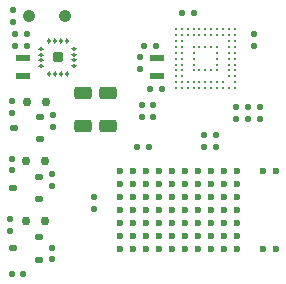
<source format=gbr>
%TF.GenerationSoftware,Altium Limited,Altium Designer,23.9.2 (47)*%
G04 Layer_Color=8421504*
%FSLAX45Y45*%
%MOMM*%
%TF.SameCoordinates,AC4A3DE0-5486-420A-B1FF-1F5B93080124*%
%TF.FilePolarity,Positive*%
%TF.FileFunction,Paste,Top*%
%TF.Part,Single*%
G01*
G75*
%TA.AperFunction,BGAPad,SMDef*%
%ADD15C,0.25000*%
%TA.AperFunction,BGAPad,CuDef*%
%ADD16C,0.25000*%
%ADD17C,0.60000*%
%TA.AperFunction,SMDPad,CuDef*%
G04:AMPARAMS|DCode=51|XSize=0.53666mm|YSize=0.53666mm|CornerRadius=0.11833mm|HoleSize=0mm|Usage=FLASHONLY|Rotation=270.000|XOffset=0mm|YOffset=0mm|HoleType=Round|Shape=RoundedRectangle|*
%AMROUNDEDRECTD51*
21,1,0.53666,0.30000,0,0,270.0*
21,1,0.30000,0.53666,0,0,270.0*
1,1,0.23666,-0.15000,-0.15000*
1,1,0.23666,-0.15000,0.15000*
1,1,0.23666,0.15000,0.15000*
1,1,0.23666,0.15000,-0.15000*
%
%ADD51ROUNDEDRECTD51*%
%TA.AperFunction,OtherPad,Free Pad (9mm,19.55mm)*%
G04:AMPARAMS|DCode=52|XSize=0.44mm|YSize=0.27mm|CornerRadius=0.1215mm|HoleSize=0mm|Usage=FLASHONLY|Rotation=0.000|XOffset=0mm|YOffset=0mm|HoleType=Round|Shape=RoundedRectangle|*
%AMROUNDEDRECTD52*
21,1,0.44000,0.02700,0,0,0.0*
21,1,0.19700,0.27000,0,0,0.0*
1,1,0.24300,0.09850,-0.01350*
1,1,0.24300,-0.09850,-0.01350*
1,1,0.24300,-0.09850,0.01350*
1,1,0.24300,0.09850,0.01350*
%
%ADD52ROUNDEDRECTD52*%
%TA.AperFunction,OtherPad,Free Pad (9mm,20.05mm)*%
G04:AMPARAMS|DCode=53|XSize=0.44mm|YSize=0.27mm|CornerRadius=0.1215mm|HoleSize=0mm|Usage=FLASHONLY|Rotation=0.000|XOffset=0mm|YOffset=0mm|HoleType=Round|Shape=RoundedRectangle|*
%AMROUNDEDRECTD53*
21,1,0.44000,0.02700,0,0,0.0*
21,1,0.19700,0.27000,0,0,0.0*
1,1,0.24300,0.09850,-0.01350*
1,1,0.24300,-0.09850,-0.01350*
1,1,0.24300,-0.09850,0.01350*
1,1,0.24300,0.09850,0.01350*
%
%ADD53ROUNDEDRECTD53*%
%TA.AperFunction,OtherPad,Free Pad (9mm,20.55mm)*%
G04:AMPARAMS|DCode=54|XSize=0.44mm|YSize=0.27mm|CornerRadius=0.1215mm|HoleSize=0mm|Usage=FLASHONLY|Rotation=0.000|XOffset=0mm|YOffset=0mm|HoleType=Round|Shape=RoundedRectangle|*
%AMROUNDEDRECTD54*
21,1,0.44000,0.02700,0,0,0.0*
21,1,0.19700,0.27000,0,0,0.0*
1,1,0.24300,0.09850,-0.01350*
1,1,0.24300,-0.09850,-0.01350*
1,1,0.24300,-0.09850,0.01350*
1,1,0.24300,0.09850,0.01350*
%
%ADD54ROUNDEDRECTD54*%
%TA.AperFunction,OtherPad,Free Pad (9mm,21.05mm)*%
G04:AMPARAMS|DCode=55|XSize=0.44mm|YSize=0.27mm|CornerRadius=0.1215mm|HoleSize=0mm|Usage=FLASHONLY|Rotation=0.000|XOffset=0mm|YOffset=0mm|HoleType=Round|Shape=RoundedRectangle|*
%AMROUNDEDRECTD55*
21,1,0.44000,0.02700,0,0,0.0*
21,1,0.19700,0.27000,0,0,0.0*
1,1,0.24300,0.09850,-0.01350*
1,1,0.24300,-0.09850,-0.01350*
1,1,0.24300,-0.09850,0.01350*
1,1,0.24300,0.09850,0.01350*
%
%ADD55ROUNDEDRECTD55*%
%TA.AperFunction,OtherPad,Free Pad (9.65mm,21.7mm)*%
G04:AMPARAMS|DCode=56|XSize=0.44mm|YSize=0.27mm|CornerRadius=0.1215mm|HoleSize=0mm|Usage=FLASHONLY|Rotation=270.000|XOffset=0mm|YOffset=0mm|HoleType=Round|Shape=RoundedRectangle|*
%AMROUNDEDRECTD56*
21,1,0.44000,0.02700,0,0,270.0*
21,1,0.19700,0.27000,0,0,270.0*
1,1,0.24300,-0.01350,-0.09850*
1,1,0.24300,-0.01350,0.09850*
1,1,0.24300,0.01350,0.09850*
1,1,0.24300,0.01350,-0.09850*
%
%ADD56ROUNDEDRECTD56*%
%TA.AperFunction,OtherPad,Free Pad (10.15mm,21.7mm)*%
G04:AMPARAMS|DCode=57|XSize=0.44mm|YSize=0.27mm|CornerRadius=0.1215mm|HoleSize=0mm|Usage=FLASHONLY|Rotation=270.000|XOffset=0mm|YOffset=0mm|HoleType=Round|Shape=RoundedRectangle|*
%AMROUNDEDRECTD57*
21,1,0.44000,0.02700,0,0,270.0*
21,1,0.19700,0.27000,0,0,270.0*
1,1,0.24300,-0.01350,-0.09850*
1,1,0.24300,-0.01350,0.09850*
1,1,0.24300,0.01350,0.09850*
1,1,0.24300,0.01350,-0.09850*
%
%ADD57ROUNDEDRECTD57*%
%TA.AperFunction,OtherPad,Free Pad (10.65mm,21.7mm)*%
G04:AMPARAMS|DCode=58|XSize=0.44mm|YSize=0.27mm|CornerRadius=0.1215mm|HoleSize=0mm|Usage=FLASHONLY|Rotation=270.000|XOffset=0mm|YOffset=0mm|HoleType=Round|Shape=RoundedRectangle|*
%AMROUNDEDRECTD58*
21,1,0.44000,0.02700,0,0,270.0*
21,1,0.19700,0.27000,0,0,270.0*
1,1,0.24300,-0.01350,-0.09850*
1,1,0.24300,-0.01350,0.09850*
1,1,0.24300,0.01350,0.09850*
1,1,0.24300,0.01350,-0.09850*
%
%ADD58ROUNDEDRECTD58*%
%TA.AperFunction,OtherPad,Free Pad (11.15mm,21.7mm)*%
G04:AMPARAMS|DCode=59|XSize=0.44mm|YSize=0.27mm|CornerRadius=0.1215mm|HoleSize=0mm|Usage=FLASHONLY|Rotation=270.000|XOffset=0mm|YOffset=0mm|HoleType=Round|Shape=RoundedRectangle|*
%AMROUNDEDRECTD59*
21,1,0.44000,0.02700,0,0,270.0*
21,1,0.19700,0.27000,0,0,270.0*
1,1,0.24300,-0.01350,-0.09850*
1,1,0.24300,-0.01350,0.09850*
1,1,0.24300,0.01350,0.09850*
1,1,0.24300,0.01350,-0.09850*
%
%ADD59ROUNDEDRECTD59*%
%TA.AperFunction,OtherPad,Free Pad (11.8mm,21.05mm)*%
G04:AMPARAMS|DCode=60|XSize=0.44mm|YSize=0.27mm|CornerRadius=0.1215mm|HoleSize=0mm|Usage=FLASHONLY|Rotation=180.000|XOffset=0mm|YOffset=0mm|HoleType=Round|Shape=RoundedRectangle|*
%AMROUNDEDRECTD60*
21,1,0.44000,0.02700,0,0,180.0*
21,1,0.19700,0.27000,0,0,180.0*
1,1,0.24300,-0.09850,0.01350*
1,1,0.24300,0.09850,0.01350*
1,1,0.24300,0.09850,-0.01350*
1,1,0.24300,-0.09850,-0.01350*
%
%ADD60ROUNDEDRECTD60*%
%TA.AperFunction,OtherPad,Free Pad (11.8mm,20.55mm)*%
G04:AMPARAMS|DCode=61|XSize=0.44mm|YSize=0.27mm|CornerRadius=0.1215mm|HoleSize=0mm|Usage=FLASHONLY|Rotation=180.000|XOffset=0mm|YOffset=0mm|HoleType=Round|Shape=RoundedRectangle|*
%AMROUNDEDRECTD61*
21,1,0.44000,0.02700,0,0,180.0*
21,1,0.19700,0.27000,0,0,180.0*
1,1,0.24300,-0.09850,0.01350*
1,1,0.24300,0.09850,0.01350*
1,1,0.24300,0.09850,-0.01350*
1,1,0.24300,-0.09850,-0.01350*
%
%ADD61ROUNDEDRECTD61*%
%TA.AperFunction,OtherPad,Free Pad (11.8mm,20.05mm)*%
G04:AMPARAMS|DCode=62|XSize=0.44mm|YSize=0.27mm|CornerRadius=0.1215mm|HoleSize=0mm|Usage=FLASHONLY|Rotation=180.000|XOffset=0mm|YOffset=0mm|HoleType=Round|Shape=RoundedRectangle|*
%AMROUNDEDRECTD62*
21,1,0.44000,0.02700,0,0,180.0*
21,1,0.19700,0.27000,0,0,180.0*
1,1,0.24300,-0.09850,0.01350*
1,1,0.24300,0.09850,0.01350*
1,1,0.24300,0.09850,-0.01350*
1,1,0.24300,-0.09850,-0.01350*
%
%ADD62ROUNDEDRECTD62*%
%TA.AperFunction,OtherPad,Free Pad (11.8mm,19.55mm)*%
G04:AMPARAMS|DCode=63|XSize=0.44mm|YSize=0.27mm|CornerRadius=0.1215mm|HoleSize=0mm|Usage=FLASHONLY|Rotation=180.000|XOffset=0mm|YOffset=0mm|HoleType=Round|Shape=RoundedRectangle|*
%AMROUNDEDRECTD63*
21,1,0.44000,0.02700,0,0,180.0*
21,1,0.19700,0.27000,0,0,180.0*
1,1,0.24300,-0.09850,0.01350*
1,1,0.24300,0.09850,0.01350*
1,1,0.24300,0.09850,-0.01350*
1,1,0.24300,-0.09850,-0.01350*
%
%ADD63ROUNDEDRECTD63*%
%TA.AperFunction,OtherPad,Free Pad (11.15mm,18.9mm)*%
G04:AMPARAMS|DCode=64|XSize=0.44mm|YSize=0.27mm|CornerRadius=0.1215mm|HoleSize=0mm|Usage=FLASHONLY|Rotation=90.000|XOffset=0mm|YOffset=0mm|HoleType=Round|Shape=RoundedRectangle|*
%AMROUNDEDRECTD64*
21,1,0.44000,0.02700,0,0,90.0*
21,1,0.19700,0.27000,0,0,90.0*
1,1,0.24300,0.01350,0.09850*
1,1,0.24300,0.01350,-0.09850*
1,1,0.24300,-0.01350,-0.09850*
1,1,0.24300,-0.01350,0.09850*
%
%ADD64ROUNDEDRECTD64*%
%TA.AperFunction,OtherPad,Free Pad (10.65mm,18.9mm)*%
G04:AMPARAMS|DCode=65|XSize=0.44mm|YSize=0.27mm|CornerRadius=0.1215mm|HoleSize=0mm|Usage=FLASHONLY|Rotation=90.000|XOffset=0mm|YOffset=0mm|HoleType=Round|Shape=RoundedRectangle|*
%AMROUNDEDRECTD65*
21,1,0.44000,0.02700,0,0,90.0*
21,1,0.19700,0.27000,0,0,90.0*
1,1,0.24300,0.01350,0.09850*
1,1,0.24300,0.01350,-0.09850*
1,1,0.24300,-0.01350,-0.09850*
1,1,0.24300,-0.01350,0.09850*
%
%ADD65ROUNDEDRECTD65*%
%TA.AperFunction,OtherPad,Free Pad (10.15mm,18.9mm)*%
G04:AMPARAMS|DCode=66|XSize=0.44mm|YSize=0.27mm|CornerRadius=0.1215mm|HoleSize=0mm|Usage=FLASHONLY|Rotation=90.000|XOffset=0mm|YOffset=0mm|HoleType=Round|Shape=RoundedRectangle|*
%AMROUNDEDRECTD66*
21,1,0.44000,0.02700,0,0,90.0*
21,1,0.19700,0.27000,0,0,90.0*
1,1,0.24300,0.01350,0.09850*
1,1,0.24300,0.01350,-0.09850*
1,1,0.24300,-0.01350,-0.09850*
1,1,0.24300,-0.01350,0.09850*
%
%ADD66ROUNDEDRECTD66*%
%TA.AperFunction,OtherPad,Free Pad (9.65mm,18.9mm)*%
G04:AMPARAMS|DCode=67|XSize=0.44mm|YSize=0.27mm|CornerRadius=0.1215mm|HoleSize=0mm|Usage=FLASHONLY|Rotation=90.000|XOffset=0mm|YOffset=0mm|HoleType=Round|Shape=RoundedRectangle|*
%AMROUNDEDRECTD67*
21,1,0.44000,0.02700,0,0,90.0*
21,1,0.19700,0.27000,0,0,90.0*
1,1,0.24300,0.01350,0.09850*
1,1,0.24300,0.01350,-0.09850*
1,1,0.24300,-0.01350,-0.09850*
1,1,0.24300,-0.01350,0.09850*
%
%ADD67ROUNDEDRECTD67*%
%TA.AperFunction,OtherPad,Free Pad (9.4mm,16.533mm)*%
G04:AMPARAMS|DCode=68|XSize=0.73mm|YSize=0.73mm|CornerRadius=0.3285mm|HoleSize=0mm|Usage=FLASHONLY|Rotation=0.000|XOffset=0mm|YOffset=0mm|HoleType=Round|Shape=RoundedRectangle|*
%AMROUNDEDRECTD68*
21,1,0.73000,0.07300,0,0,0.0*
21,1,0.07300,0.73000,0,0,0.0*
1,1,0.65700,0.03650,-0.03650*
1,1,0.65700,-0.03650,-0.03650*
1,1,0.65700,-0.03650,0.03650*
1,1,0.65700,0.03650,0.03650*
%
%ADD68ROUNDEDRECTD68*%
%TA.AperFunction,OtherPad,Free Pad (7.8mm,16.533mm)*%
G04:AMPARAMS|DCode=69|XSize=0.73mm|YSize=0.73mm|CornerRadius=0.3285mm|HoleSize=0mm|Usage=FLASHONLY|Rotation=0.000|XOffset=0mm|YOffset=0mm|HoleType=Round|Shape=RoundedRectangle|*
%AMROUNDEDRECTD69*
21,1,0.73000,0.07300,0,0,0.0*
21,1,0.07300,0.73000,0,0,0.0*
1,1,0.65700,0.03650,-0.03650*
1,1,0.65700,-0.03650,-0.03650*
1,1,0.65700,-0.03650,0.03650*
1,1,0.65700,0.03650,0.03650*
%
%ADD69ROUNDEDRECTD69*%
%TA.AperFunction,OtherPad,Free Pad (8mm,23.8mm)*%
G04:AMPARAMS|DCode=70|XSize=1mm|YSize=1mm|CornerRadius=0.45mm|HoleSize=0mm|Usage=FLASHONLY|Rotation=180.000|XOffset=0mm|YOffset=0mm|HoleType=Round|Shape=RoundedRectangle|*
%AMROUNDEDRECTD70*
21,1,1.00000,0.10000,0,0,180.0*
21,1,0.10000,1.00000,0,0,180.0*
1,1,0.90000,-0.05000,0.05000*
1,1,0.90000,0.05000,0.05000*
1,1,0.90000,0.05000,-0.05000*
1,1,0.90000,-0.05000,-0.05000*
%
%ADD70ROUNDEDRECTD70*%
%TA.AperFunction,OtherPad,Free Pad (11mm,23.8mm)*%
G04:AMPARAMS|DCode=71|XSize=1mm|YSize=1mm|CornerRadius=0.45mm|HoleSize=0mm|Usage=FLASHONLY|Rotation=180.000|XOffset=0mm|YOffset=0mm|HoleType=Round|Shape=RoundedRectangle|*
%AMROUNDEDRECTD71*
21,1,1.00000,0.10000,0,0,180.0*
21,1,0.10000,1.00000,0,0,180.0*
1,1,0.90000,-0.05000,0.05000*
1,1,0.90000,0.05000,0.05000*
1,1,0.90000,0.05000,-0.05000*
1,1,0.90000,-0.05000,-0.05000*
%
%ADD71ROUNDEDRECTD71*%
%TA.AperFunction,OtherPad,Free Pad (7.7mm,11.533mm)*%
G04:AMPARAMS|DCode=72|XSize=0.73mm|YSize=0.73mm|CornerRadius=0.3285mm|HoleSize=0mm|Usage=FLASHONLY|Rotation=0.000|XOffset=0mm|YOffset=0mm|HoleType=Round|Shape=RoundedRectangle|*
%AMROUNDEDRECTD72*
21,1,0.73000,0.07300,0,0,0.0*
21,1,0.07300,0.73000,0,0,0.0*
1,1,0.65700,0.03650,-0.03650*
1,1,0.65700,-0.03650,-0.03650*
1,1,0.65700,-0.03650,0.03650*
1,1,0.65700,0.03650,0.03650*
%
%ADD72ROUNDEDRECTD72*%
%TA.AperFunction,OtherPad,Free Pad (9.3mm,11.533mm)*%
G04:AMPARAMS|DCode=73|XSize=0.73mm|YSize=0.73mm|CornerRadius=0.3285mm|HoleSize=0mm|Usage=FLASHONLY|Rotation=0.000|XOffset=0mm|YOffset=0mm|HoleType=Round|Shape=RoundedRectangle|*
%AMROUNDEDRECTD73*
21,1,0.73000,0.07300,0,0,0.0*
21,1,0.07300,0.73000,0,0,0.0*
1,1,0.65700,0.03650,-0.03650*
1,1,0.65700,-0.03650,-0.03650*
1,1,0.65700,-0.03650,0.03650*
1,1,0.65700,0.03650,0.03650*
%
%ADD73ROUNDEDRECTD73*%
%TA.AperFunction,OtherPad,Free Pad (7.7mm,6.433mm)*%
G04:AMPARAMS|DCode=74|XSize=0.73mm|YSize=0.73mm|CornerRadius=0.3285mm|HoleSize=0mm|Usage=FLASHONLY|Rotation=0.000|XOffset=0mm|YOffset=0mm|HoleType=Round|Shape=RoundedRectangle|*
%AMROUNDEDRECTD74*
21,1,0.73000,0.07300,0,0,0.0*
21,1,0.07300,0.73000,0,0,0.0*
1,1,0.65700,0.03650,-0.03650*
1,1,0.65700,-0.03650,-0.03650*
1,1,0.65700,-0.03650,0.03650*
1,1,0.65700,0.03650,0.03650*
%
%ADD74ROUNDEDRECTD74*%
%TA.AperFunction,OtherPad,Free Pad (9.3mm,6.433mm)*%
G04:AMPARAMS|DCode=75|XSize=0.73mm|YSize=0.73mm|CornerRadius=0.3285mm|HoleSize=0mm|Usage=FLASHONLY|Rotation=0.000|XOffset=0mm|YOffset=0mm|HoleType=Round|Shape=RoundedRectangle|*
%AMROUNDEDRECTD75*
21,1,0.73000,0.07300,0,0,0.0*
21,1,0.07300,0.73000,0,0,0.0*
1,1,0.65700,0.03650,-0.03650*
1,1,0.65700,-0.03650,-0.03650*
1,1,0.65700,-0.03650,0.03650*
1,1,0.65700,0.03650,0.03650*
%
%ADD75ROUNDEDRECTD75*%
%TA.AperFunction,SMDPad,CuDef*%
G04:AMPARAMS|DCode=76|XSize=0.51738mm|YSize=1.21738mm|CornerRadius=0.09619mm|HoleSize=0mm|Usage=FLASHONLY|Rotation=270.000|XOffset=0mm|YOffset=0mm|HoleType=Round|Shape=RoundedRectangle|*
%AMROUNDEDRECTD76*
21,1,0.51738,1.02500,0,0,270.0*
21,1,0.32500,1.21738,0,0,270.0*
1,1,0.19237,-0.51250,-0.16250*
1,1,0.19237,-0.51250,0.16250*
1,1,0.19237,0.51250,0.16250*
1,1,0.19237,0.51250,-0.16250*
%
%ADD76ROUNDEDRECTD76*%
G04:AMPARAMS|DCode=77|XSize=0.79903mm|YSize=0.79903mm|CornerRadius=0.11702mm|HoleSize=0mm|Usage=FLASHONLY|Rotation=90.000|XOffset=0mm|YOffset=0mm|HoleType=Round|Shape=RoundedRectangle|*
%AMROUNDEDRECTD77*
21,1,0.79903,0.56500,0,0,90.0*
21,1,0.56500,0.79903,0,0,90.0*
1,1,0.23403,0.28250,0.28250*
1,1,0.23403,0.28250,-0.28250*
1,1,0.23403,-0.28250,-0.28250*
1,1,0.23403,-0.28250,0.28250*
%
%ADD77ROUNDEDRECTD77*%
G04:AMPARAMS|DCode=78|XSize=0.51315mm|YSize=0.61315mm|CornerRadius=0.10658mm|HoleSize=0mm|Usage=FLASHONLY|Rotation=270.000|XOffset=0mm|YOffset=0mm|HoleType=Round|Shape=RoundedRectangle|*
%AMROUNDEDRECTD78*
21,1,0.51315,0.40000,0,0,270.0*
21,1,0.30000,0.61315,0,0,270.0*
1,1,0.21315,-0.20000,-0.15000*
1,1,0.21315,-0.20000,0.15000*
1,1,0.21315,0.20000,0.15000*
1,1,0.21315,0.20000,-0.15000*
%
%ADD78ROUNDEDRECTD78*%
G04:AMPARAMS|DCode=79|XSize=0.53666mm|YSize=0.53666mm|CornerRadius=0.11833mm|HoleSize=0mm|Usage=FLASHONLY|Rotation=180.000|XOffset=0mm|YOffset=0mm|HoleType=Round|Shape=RoundedRectangle|*
%AMROUNDEDRECTD79*
21,1,0.53666,0.30000,0,0,180.0*
21,1,0.30000,0.53666,0,0,180.0*
1,1,0.23666,-0.15000,0.15000*
1,1,0.23666,0.15000,0.15000*
1,1,0.23666,0.15000,-0.15000*
1,1,0.23666,-0.15000,-0.15000*
%
%ADD79ROUNDEDRECTD79*%
G04:AMPARAMS|DCode=80|XSize=1.45862mm|YSize=1.05862mm|CornerRadius=0.21681mm|HoleSize=0mm|Usage=FLASHONLY|Rotation=180.000|XOffset=0mm|YOffset=0mm|HoleType=Round|Shape=RoundedRectangle|*
%AMROUNDEDRECTD80*
21,1,1.45862,0.62500,0,0,180.0*
21,1,1.02500,1.05862,0,0,180.0*
1,1,0.43362,-0.51250,0.31250*
1,1,0.43362,0.51250,0.31250*
1,1,0.43362,0.51250,-0.31250*
1,1,0.43362,-0.51250,-0.31250*
%
%ADD80ROUNDEDRECTD80*%
D15*
X2490000Y2220000D02*
D03*
X2540000Y1770000D02*
D03*
X2040000D02*
D03*
X2090000Y1820000D02*
D03*
Y2220000D02*
D03*
X2540000Y2270000D02*
D03*
X2040000D02*
D03*
D16*
X2490000Y1770000D02*
D03*
X2440000D02*
D03*
X2390000D02*
D03*
X2340000D02*
D03*
X2290000D02*
D03*
X2240000D02*
D03*
X2190000D02*
D03*
X2140000D02*
D03*
X2090000D02*
D03*
X2540000Y1820000D02*
D03*
X2440000D02*
D03*
X2390000D02*
D03*
X2340000D02*
D03*
X2290000D02*
D03*
X2240000D02*
D03*
X2190000D02*
D03*
X2140000D02*
D03*
X2040000D02*
D03*
X2540000Y1870000D02*
D03*
X2490000D02*
D03*
X2090000D02*
D03*
X2040000D02*
D03*
X2540000Y1920000D02*
D03*
X2490000D02*
D03*
X2390000D02*
D03*
X2340000D02*
D03*
X2290000D02*
D03*
X2240000D02*
D03*
X2190000D02*
D03*
X2090000D02*
D03*
X2040000D02*
D03*
X2540000Y1970000D02*
D03*
X2490000D02*
D03*
X2390000D02*
D03*
X2190000D02*
D03*
X2090000D02*
D03*
X2040000D02*
D03*
X2540000Y2020000D02*
D03*
X2490000D02*
D03*
X2390000D02*
D03*
X2190000D02*
D03*
X2090000D02*
D03*
X2040000D02*
D03*
X2540000Y2070000D02*
D03*
X2490000D02*
D03*
X2390000D02*
D03*
X2190000D02*
D03*
X2090000D02*
D03*
X2040000D02*
D03*
X2540000Y2120000D02*
D03*
X2490000D02*
D03*
X2390000D02*
D03*
X2340000D02*
D03*
X2290000D02*
D03*
X2240000D02*
D03*
X2190000D02*
D03*
X2090000D02*
D03*
X2040000D02*
D03*
X2540000Y2170000D02*
D03*
X2490000D02*
D03*
X2090000D02*
D03*
X2040000D02*
D03*
X2540000Y2220000D02*
D03*
X2440000D02*
D03*
X2390000D02*
D03*
X2340000D02*
D03*
X2290000D02*
D03*
X2240000D02*
D03*
X2190000D02*
D03*
X2140000D02*
D03*
X2040000D02*
D03*
X2490000Y2270000D02*
D03*
X2440000D02*
D03*
X2390000D02*
D03*
X2340000D02*
D03*
X2290000D02*
D03*
X2240000D02*
D03*
X2190000D02*
D03*
X2140000D02*
D03*
X2090000D02*
D03*
D17*
X2890000Y1070000D02*
D03*
X2780000D02*
D03*
X2560000D02*
D03*
X2450000D02*
D03*
X2340000D02*
D03*
X2230000D02*
D03*
X2120000D02*
D03*
X2010000D02*
D03*
X1900000D02*
D03*
X1790000D02*
D03*
X1680000D02*
D03*
X1570000D02*
D03*
X2560000Y960000D02*
D03*
X2450000D02*
D03*
X2340000D02*
D03*
X2230000D02*
D03*
X2120000D02*
D03*
X2010000D02*
D03*
X1900000D02*
D03*
X1790000D02*
D03*
X1680000D02*
D03*
X1570000D02*
D03*
X2560000Y850000D02*
D03*
X2450000D02*
D03*
X2340000D02*
D03*
X2230000D02*
D03*
X2120000D02*
D03*
X2010000D02*
D03*
X1900000D02*
D03*
X1790000D02*
D03*
X1680000D02*
D03*
X1570000D02*
D03*
X2560000Y740000D02*
D03*
X2450000D02*
D03*
X2340000D02*
D03*
X2230000D02*
D03*
X2120000D02*
D03*
X2010000D02*
D03*
X1900000D02*
D03*
X1790000D02*
D03*
X1680000D02*
D03*
X1570000D02*
D03*
X2560000Y630000D02*
D03*
X2450000D02*
D03*
X2340000D02*
D03*
X2230000D02*
D03*
X2120000D02*
D03*
X2010000D02*
D03*
X1900000D02*
D03*
X1790000D02*
D03*
X1680000D02*
D03*
X1570000D02*
D03*
X2560000Y520000D02*
D03*
X2450000D02*
D03*
X2340000D02*
D03*
X2230000D02*
D03*
X2120000D02*
D03*
X2010000D02*
D03*
X1900000D02*
D03*
X1790000D02*
D03*
X1680000D02*
D03*
X1570000D02*
D03*
X2890000Y410000D02*
D03*
X2780000D02*
D03*
X2560000D02*
D03*
X2450000D02*
D03*
X2340000D02*
D03*
X2230000D02*
D03*
X2120000D02*
D03*
X2010000D02*
D03*
X1900000D02*
D03*
X1790000D02*
D03*
X1680000D02*
D03*
X1570000D02*
D03*
D51*
X680000Y2130000D02*
D03*
X780000D02*
D03*
X680000Y2230000D02*
D03*
X780000D02*
D03*
X1820000Y1760000D02*
D03*
X1920000D02*
D03*
X2190000Y2410000D02*
D03*
X2090000D02*
D03*
X1770002Y2130001D02*
D03*
X1870002D02*
D03*
X1810000Y1270000D02*
D03*
X1710000D02*
D03*
X750000Y200000D02*
D03*
X650000D02*
D03*
D52*
X900000Y1955000D02*
D03*
D53*
Y2005000D02*
D03*
D54*
Y2055000D02*
D03*
D55*
Y2105000D02*
D03*
D56*
X965000Y2170000D02*
D03*
D57*
X1015000D02*
D03*
D58*
X1065000D02*
D03*
D59*
X1115000D02*
D03*
D60*
X1180000Y2105000D02*
D03*
D61*
Y2055000D02*
D03*
D62*
Y2005000D02*
D03*
D63*
Y1955000D02*
D03*
D64*
X1115000Y1890000D02*
D03*
D65*
X1065000D02*
D03*
D66*
X1015000D02*
D03*
D67*
X965000D02*
D03*
D68*
X940000Y1653289D02*
D03*
D69*
X780000D02*
D03*
D70*
X800000Y2380000D02*
D03*
D71*
X1100000D02*
D03*
D72*
X770000Y1153289D02*
D03*
D73*
X930000D02*
D03*
D74*
X770000Y643289D02*
D03*
D75*
X930000D02*
D03*
D76*
X750000Y1875000D02*
D03*
Y2025000D02*
D03*
X1880001Y2025000D02*
D03*
Y1875000D02*
D03*
D77*
X1040000Y2030000D02*
D03*
D78*
X890000Y1338289D02*
D03*
Y1528289D02*
D03*
X670000Y1433289D02*
D03*
X880000Y828289D02*
D03*
Y1018289D02*
D03*
X660000Y923289D02*
D03*
X880000Y318289D02*
D03*
Y508289D02*
D03*
X660000Y413289D02*
D03*
D79*
X650000Y1563289D02*
D03*
Y1663289D02*
D03*
X2550000Y1510000D02*
D03*
Y1610000D02*
D03*
X2750000Y1510000D02*
D03*
Y1610000D02*
D03*
X2650000Y1510000D02*
D03*
Y1610000D02*
D03*
X2280000Y1270000D02*
D03*
Y1370000D02*
D03*
X2380000Y1270000D02*
D03*
Y1370000D02*
D03*
X1000000Y1540000D02*
D03*
Y1440000D02*
D03*
X990000Y1040000D02*
D03*
Y940000D02*
D03*
X650000Y1073289D02*
D03*
Y1173289D02*
D03*
X1850000Y1530000D02*
D03*
Y1630000D02*
D03*
X990000Y420000D02*
D03*
Y320000D02*
D03*
X640000Y563289D02*
D03*
Y663289D02*
D03*
X660000Y2430000D02*
D03*
Y2330000D02*
D03*
X1750001Y1530000D02*
D03*
Y1630000D02*
D03*
X2700000Y2130000D02*
D03*
Y2230000D02*
D03*
X1740000Y2030000D02*
D03*
Y1930000D02*
D03*
X1350000Y750000D02*
D03*
Y850000D02*
D03*
D80*
X1470000Y1730000D02*
D03*
Y1450000D02*
D03*
X1250000Y1730000D02*
D03*
Y1450000D02*
D03*
%TF.MD5,7aa0e56c5b6c135962be1195e8faae94*%
M02*

</source>
